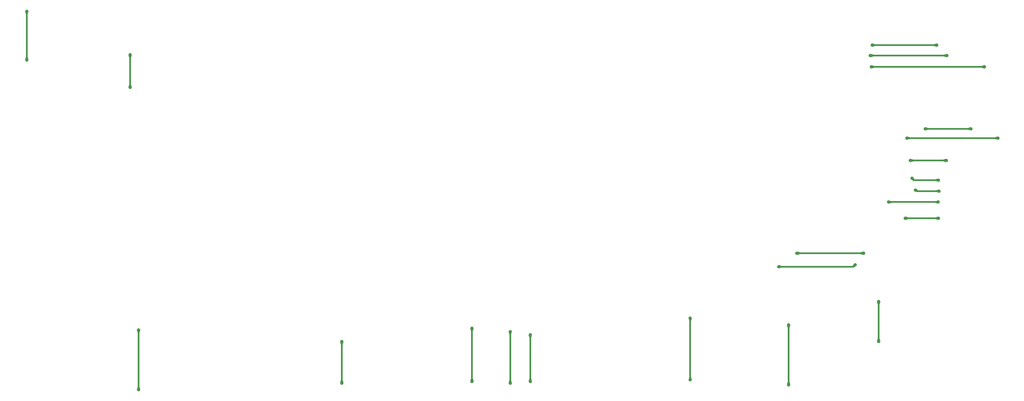
<source format=gbr>
%TF.GenerationSoftware,KiCad,Pcbnew,9.0.1*%
%TF.CreationDate,2025-04-13T00:15:51+02:00*%
%TF.ProjectId,Sony_HB-F1Xxx_Membrane,536f6e79-5f48-4422-9d46-315878785f4d,1.0*%
%TF.SameCoordinates,Original*%
%TF.FileFunction,Copper,L2,Bot*%
%TF.FilePolarity,Positive*%
%FSLAX46Y46*%
G04 Gerber Fmt 4.6, Leading zero omitted, Abs format (unit mm)*
G04 Created by KiCad (PCBNEW 9.0.1) date 2025-04-13 00:15:51*
%MOMM*%
%LPD*%
G01*
G04 APERTURE LIST*
%TA.AperFunction,ViaPad*%
%ADD10C,1.000000*%
%TD*%
%TA.AperFunction,Conductor*%
%ADD11C,0.500000*%
%TD*%
G04 APERTURE END LIST*
D10*
%TO.N,PAD11*%
X277100000Y-138265881D03*
%TO.N,PAD20*%
X299100000Y-78900000D03*
%TO.N,PAD22*%
X299400000Y-82300000D03*
%TO.N,PAD18*%
X299634119Y-75800000D03*
%TO.N,PAD7*%
X46100000Y-80265881D03*
X46100000Y-65600000D03*
%TO.N,PAD9*%
X301600000Y-164765881D03*
X301600000Y-152765881D03*
%TO.N,PAD10*%
X271634119Y-142300000D03*
X294600000Y-141765881D03*
X310100000Y-103700000D03*
X337400000Y-103700000D03*
%TO.N,PAD11*%
X297100000Y-138265881D03*
X304600000Y-122900000D03*
X319465881Y-122900000D03*
%TO.N,PAD12*%
X329300000Y-100900000D03*
X179600000Y-176765881D03*
X315600000Y-100900000D03*
X179600000Y-160765881D03*
%TO.N,PAD13*%
X77100000Y-78700000D03*
X191100000Y-177265881D03*
X77100000Y-88500000D03*
X309600000Y-127765881D03*
X319600000Y-127765881D03*
X191100000Y-161765881D03*
%TO.N,PAD14*%
X245100000Y-176265881D03*
X311100000Y-110400000D03*
X245100000Y-157765881D03*
X321900000Y-110400000D03*
%TO.N,PAD15*%
X319565881Y-116300000D03*
X79600000Y-179265881D03*
X197100000Y-162765881D03*
X311600000Y-115765881D03*
X197100000Y-176765881D03*
X79600000Y-161265881D03*
%TO.N,PAD16*%
X140600000Y-177265881D03*
X312600000Y-119265881D03*
X319765881Y-119600000D03*
X140600000Y-164765881D03*
%TO.N,PAD18*%
X319065881Y-75800000D03*
%TO.N,PAD17*%
X274600000Y-159765881D03*
X274600000Y-177765881D03*
%TO.N,PAD20*%
X322100000Y-78900000D03*
%TO.N,PAD22*%
X333400000Y-82300000D03*
%TD*%
D11*
%TO.N,PAD7*%
X46100000Y-80265881D02*
X46100000Y-65600000D01*
%TO.N,PAD9*%
X301600000Y-152765881D02*
X301600000Y-164765881D01*
%TO.N,PAD10*%
X294065881Y-142300000D02*
X271634119Y-142300000D01*
X310100000Y-103700000D02*
X337400000Y-103700000D01*
X294600000Y-141765881D02*
X294065881Y-142300000D01*
%TO.N,PAD11*%
X304600000Y-122900000D02*
X319465881Y-122900000D01*
X297100000Y-138265881D02*
X277100000Y-138265881D01*
%TO.N,PAD12*%
X179600000Y-176765881D02*
X179600000Y-160765881D01*
X329300000Y-100900000D02*
X315600000Y-100900000D01*
%TO.N,PAD13*%
X309600000Y-127765881D02*
X319600000Y-127765881D01*
X77100000Y-78700000D02*
X77100000Y-88500000D01*
X191100000Y-177265881D02*
X191100000Y-161765881D01*
%TO.N,PAD14*%
X311100000Y-110400000D02*
X321900000Y-110400000D01*
X245100000Y-176265881D02*
X245100000Y-157765881D01*
%TO.N,PAD15*%
X197100000Y-176765881D02*
X197100000Y-162765881D01*
X312134119Y-116300000D02*
X319565881Y-116300000D01*
X311600000Y-115765881D02*
X312134119Y-116300000D01*
X79600000Y-179265881D02*
X79600000Y-161265881D01*
%TO.N,PAD16*%
X312934119Y-119600000D02*
X312600000Y-119265881D01*
X140600000Y-177265881D02*
X140600000Y-164765881D01*
X319765881Y-119600000D02*
X312934119Y-119600000D01*
%TO.N,PAD18*%
X319065881Y-75800000D02*
X299634119Y-75800000D01*
%TO.N,PAD17*%
X274600000Y-177765881D02*
X274600000Y-159765881D01*
%TO.N,PAD20*%
X322100000Y-78900000D02*
X299100000Y-78900000D01*
%TO.N,PAD22*%
X299400000Y-82300000D02*
X333400000Y-82300000D01*
%TD*%
%TA.AperFunction,Conductor*%
%TO.N,PAD7*%
G36*
X46578155Y-65695085D02*
G01*
X46585590Y-65700075D01*
X46587320Y-65708861D01*
X46587147Y-65709598D01*
X46352331Y-66581735D01*
X46346871Y-66588833D01*
X46341033Y-66590393D01*
X45858967Y-66590393D01*
X45850694Y-66586966D01*
X45847669Y-66581735D01*
X45612852Y-65709598D01*
X45614010Y-65700718D01*
X45621108Y-65695258D01*
X45621822Y-65695090D01*
X46097696Y-65599463D01*
X46102304Y-65599463D01*
X46578155Y-65695085D01*
G37*
%TD.AperFunction*%
%TD*%
%TA.AperFunction,Conductor*%
%TO.N,PAD7*%
G36*
X46349306Y-79278915D02*
G01*
X46352331Y-79284146D01*
X46587147Y-80156282D01*
X46585989Y-80165162D01*
X46578891Y-80170622D01*
X46578154Y-80170795D01*
X46102305Y-80266417D01*
X46097695Y-80266417D01*
X45621845Y-80170795D01*
X45614409Y-80165805D01*
X45612679Y-80157019D01*
X45612852Y-80156282D01*
X45847669Y-79284146D01*
X45853129Y-79277048D01*
X45858967Y-79275488D01*
X46341033Y-79275488D01*
X46349306Y-79278915D01*
G37*
%TD.AperFunction*%
%TD*%
%TA.AperFunction,Conductor*%
%TO.N,PAD13*%
G36*
X77578155Y-78795085D02*
G01*
X77585590Y-78800075D01*
X77587320Y-78808861D01*
X77587147Y-78809598D01*
X77352331Y-79681735D01*
X77346871Y-79688833D01*
X77341033Y-79690393D01*
X76858967Y-79690393D01*
X76850694Y-79686966D01*
X76847669Y-79681735D01*
X76612852Y-78809598D01*
X76614010Y-78800718D01*
X76621108Y-78795258D01*
X76621822Y-78795090D01*
X77097696Y-78699463D01*
X77102304Y-78699463D01*
X77578155Y-78795085D01*
G37*
%TD.AperFunction*%
%TD*%
%TA.AperFunction,Conductor*%
%TO.N,PAD13*%
G36*
X77349306Y-87513034D02*
G01*
X77352331Y-87518265D01*
X77587147Y-88390401D01*
X77585989Y-88399281D01*
X77578891Y-88404741D01*
X77578154Y-88404914D01*
X77102305Y-88500536D01*
X77097695Y-88500536D01*
X76621845Y-88404914D01*
X76614409Y-88399924D01*
X76612679Y-88391138D01*
X76612852Y-88390401D01*
X76847669Y-87518265D01*
X76853129Y-87511167D01*
X76858967Y-87509607D01*
X77341033Y-87509607D01*
X77349306Y-87513034D01*
G37*
%TD.AperFunction*%
%TD*%
%TA.AperFunction,Conductor*%
%TO.N,PAD15*%
G36*
X80078155Y-161360966D02*
G01*
X80085590Y-161365956D01*
X80087320Y-161374742D01*
X80087147Y-161375479D01*
X79852331Y-162247616D01*
X79846871Y-162254714D01*
X79841033Y-162256274D01*
X79358967Y-162256274D01*
X79350694Y-162252847D01*
X79347669Y-162247616D01*
X79112852Y-161375479D01*
X79114010Y-161366599D01*
X79121108Y-161361139D01*
X79121822Y-161360971D01*
X79597696Y-161265344D01*
X79602304Y-161265344D01*
X80078155Y-161360966D01*
G37*
%TD.AperFunction*%
%TD*%
%TA.AperFunction,Conductor*%
%TO.N,PAD15*%
G36*
X79849306Y-178278915D02*
G01*
X79852331Y-178284146D01*
X80087147Y-179156282D01*
X80085989Y-179165162D01*
X80078891Y-179170622D01*
X80078154Y-179170795D01*
X79602305Y-179266417D01*
X79597695Y-179266417D01*
X79121845Y-179170795D01*
X79114409Y-179165805D01*
X79112679Y-179157019D01*
X79112852Y-179156282D01*
X79347669Y-178284146D01*
X79353129Y-178277048D01*
X79358967Y-178275488D01*
X79841033Y-178275488D01*
X79849306Y-178278915D01*
G37*
%TD.AperFunction*%
%TD*%
%TA.AperFunction,Conductor*%
%TO.N,PAD16*%
G36*
X141078155Y-164860966D02*
G01*
X141085590Y-164865956D01*
X141087320Y-164874742D01*
X141087147Y-164875479D01*
X140852331Y-165747616D01*
X140846871Y-165754714D01*
X140841033Y-165756274D01*
X140358967Y-165756274D01*
X140350694Y-165752847D01*
X140347669Y-165747616D01*
X140112852Y-164875479D01*
X140114010Y-164866599D01*
X140121108Y-164861139D01*
X140121822Y-164860971D01*
X140597696Y-164765344D01*
X140602304Y-164765344D01*
X141078155Y-164860966D01*
G37*
%TD.AperFunction*%
%TD*%
%TA.AperFunction,Conductor*%
%TO.N,PAD16*%
G36*
X140849306Y-176278915D02*
G01*
X140852331Y-176284146D01*
X141087147Y-177156282D01*
X141085989Y-177165162D01*
X141078891Y-177170622D01*
X141078154Y-177170795D01*
X140602305Y-177266417D01*
X140597695Y-177266417D01*
X140121845Y-177170795D01*
X140114409Y-177165805D01*
X140112679Y-177157019D01*
X140112852Y-177156282D01*
X140347669Y-176284146D01*
X140353129Y-176277048D01*
X140358967Y-176275488D01*
X140841033Y-176275488D01*
X140849306Y-176278915D01*
G37*
%TD.AperFunction*%
%TD*%
%TA.AperFunction,Conductor*%
%TO.N,PAD15*%
G36*
X197578155Y-162860966D02*
G01*
X197585590Y-162865956D01*
X197587320Y-162874742D01*
X197587147Y-162875479D01*
X197352331Y-163747616D01*
X197346871Y-163754714D01*
X197341033Y-163756274D01*
X196858967Y-163756274D01*
X196850694Y-163752847D01*
X196847669Y-163747616D01*
X196612852Y-162875479D01*
X196614010Y-162866599D01*
X196621108Y-162861139D01*
X196621822Y-162860971D01*
X197097696Y-162765344D01*
X197102304Y-162765344D01*
X197578155Y-162860966D01*
G37*
%TD.AperFunction*%
%TD*%
%TA.AperFunction,Conductor*%
%TO.N,PAD12*%
G36*
X180078155Y-160860966D02*
G01*
X180085590Y-160865956D01*
X180087320Y-160874742D01*
X180087147Y-160875479D01*
X179852331Y-161747616D01*
X179846871Y-161754714D01*
X179841033Y-161756274D01*
X179358967Y-161756274D01*
X179350694Y-161752847D01*
X179347669Y-161747616D01*
X179112852Y-160875479D01*
X179114010Y-160866599D01*
X179121108Y-160861139D01*
X179121822Y-160860971D01*
X179597696Y-160765344D01*
X179602304Y-160765344D01*
X180078155Y-160860966D01*
G37*
%TD.AperFunction*%
%TD*%
%TA.AperFunction,Conductor*%
%TO.N,PAD12*%
G36*
X179849306Y-175778915D02*
G01*
X179852331Y-175784146D01*
X180087147Y-176656282D01*
X180085989Y-176665162D01*
X180078891Y-176670622D01*
X180078154Y-176670795D01*
X179602305Y-176766417D01*
X179597695Y-176766417D01*
X179121845Y-176670795D01*
X179114409Y-176665805D01*
X179112679Y-176657019D01*
X179112852Y-176656282D01*
X179347669Y-175784146D01*
X179353129Y-175777048D01*
X179358967Y-175775488D01*
X179841033Y-175775488D01*
X179849306Y-175778915D01*
G37*
%TD.AperFunction*%
%TD*%
%TA.AperFunction,Conductor*%
%TO.N,PAD13*%
G36*
X191349306Y-176278915D02*
G01*
X191352331Y-176284146D01*
X191587147Y-177156282D01*
X191585989Y-177165162D01*
X191578891Y-177170622D01*
X191578154Y-177170795D01*
X191102305Y-177266417D01*
X191097695Y-177266417D01*
X190621845Y-177170795D01*
X190614409Y-177165805D01*
X190612679Y-177157019D01*
X190612852Y-177156282D01*
X190847669Y-176284146D01*
X190853129Y-176277048D01*
X190858967Y-176275488D01*
X191341033Y-176275488D01*
X191349306Y-176278915D01*
G37*
%TD.AperFunction*%
%TD*%
%TA.AperFunction,Conductor*%
%TO.N,PAD15*%
G36*
X197349306Y-175778915D02*
G01*
X197352331Y-175784146D01*
X197587147Y-176656282D01*
X197585989Y-176665162D01*
X197578891Y-176670622D01*
X197578154Y-176670795D01*
X197102305Y-176766417D01*
X197097695Y-176766417D01*
X196621845Y-176670795D01*
X196614409Y-176665805D01*
X196612679Y-176657019D01*
X196612852Y-176656282D01*
X196847669Y-175784146D01*
X196853129Y-175777048D01*
X196858967Y-175775488D01*
X197341033Y-175775488D01*
X197349306Y-175778915D01*
G37*
%TD.AperFunction*%
%TD*%
%TA.AperFunction,Conductor*%
%TO.N,PAD17*%
G36*
X275078155Y-159860966D02*
G01*
X275085590Y-159865956D01*
X275087320Y-159874742D01*
X275087147Y-159875479D01*
X274852331Y-160747616D01*
X274846871Y-160754714D01*
X274841033Y-160756274D01*
X274358967Y-160756274D01*
X274350694Y-160752847D01*
X274347669Y-160747616D01*
X274112852Y-159875479D01*
X274114010Y-159866599D01*
X274121108Y-159861139D01*
X274121822Y-159860971D01*
X274597696Y-159765344D01*
X274602304Y-159765344D01*
X275078155Y-159860966D01*
G37*
%TD.AperFunction*%
%TD*%
%TA.AperFunction,Conductor*%
%TO.N,PAD17*%
G36*
X274849306Y-176778915D02*
G01*
X274852331Y-176784146D01*
X275087147Y-177656282D01*
X275085989Y-177665162D01*
X275078891Y-177670622D01*
X275078154Y-177670795D01*
X274602305Y-177766417D01*
X274597695Y-177766417D01*
X274121845Y-177670795D01*
X274114409Y-177665805D01*
X274112679Y-177657019D01*
X274112852Y-177656282D01*
X274347669Y-176784146D01*
X274353129Y-176777048D01*
X274358967Y-176775488D01*
X274841033Y-176775488D01*
X274849306Y-176778915D01*
G37*
%TD.AperFunction*%
%TD*%
%TA.AperFunction,Conductor*%
%TO.N,PAD14*%
G36*
X245578155Y-157860966D02*
G01*
X245585590Y-157865956D01*
X245587320Y-157874742D01*
X245587147Y-157875479D01*
X245352331Y-158747616D01*
X245346871Y-158754714D01*
X245341033Y-158756274D01*
X244858967Y-158756274D01*
X244850694Y-158752847D01*
X244847669Y-158747616D01*
X244612852Y-157875479D01*
X244614010Y-157866599D01*
X244621108Y-157861139D01*
X244621822Y-157860971D01*
X245097696Y-157765344D01*
X245102304Y-157765344D01*
X245578155Y-157860966D01*
G37*
%TD.AperFunction*%
%TD*%
%TA.AperFunction,Conductor*%
%TO.N,PAD14*%
G36*
X245349306Y-175278915D02*
G01*
X245352331Y-175284146D01*
X245587147Y-176156282D01*
X245585989Y-176165162D01*
X245578891Y-176170622D01*
X245578154Y-176170795D01*
X245102305Y-176266417D01*
X245097695Y-176266417D01*
X244621845Y-176170795D01*
X244614409Y-176165805D01*
X244612679Y-176157019D01*
X244612852Y-176156282D01*
X244847669Y-175284146D01*
X244853129Y-175277048D01*
X244858967Y-175275488D01*
X245341033Y-175275488D01*
X245349306Y-175278915D01*
G37*
%TD.AperFunction*%
%TD*%
%TA.AperFunction,Conductor*%
%TO.N,PAD9*%
G36*
X302078155Y-152860966D02*
G01*
X302085590Y-152865956D01*
X302087320Y-152874742D01*
X302087147Y-152875479D01*
X301852331Y-153747616D01*
X301846871Y-153754714D01*
X301841033Y-153756274D01*
X301358967Y-153756274D01*
X301350694Y-153752847D01*
X301347669Y-153747616D01*
X301112852Y-152875479D01*
X301114010Y-152866599D01*
X301121108Y-152861139D01*
X301121822Y-152860971D01*
X301597696Y-152765344D01*
X301602304Y-152765344D01*
X302078155Y-152860966D01*
G37*
%TD.AperFunction*%
%TD*%
%TA.AperFunction,Conductor*%
%TO.N,PAD9*%
G36*
X301849306Y-163778915D02*
G01*
X301852331Y-163784146D01*
X302087147Y-164656282D01*
X302085989Y-164665162D01*
X302078891Y-164670622D01*
X302078154Y-164670795D01*
X301602305Y-164766417D01*
X301597695Y-164766417D01*
X301121845Y-164670795D01*
X301114409Y-164665805D01*
X301112679Y-164657019D01*
X301112852Y-164656282D01*
X301347669Y-163784146D01*
X301353129Y-163777048D01*
X301358967Y-163775488D01*
X301841033Y-163775488D01*
X301849306Y-163778915D01*
G37*
%TD.AperFunction*%
%TD*%
%TA.AperFunction,Conductor*%
%TO.N,PAD10*%
G36*
X271743711Y-141812850D02*
G01*
X272615855Y-142047669D01*
X272622952Y-142053128D01*
X272624512Y-142058966D01*
X272624512Y-142541033D01*
X272621085Y-142549306D01*
X272615854Y-142552331D01*
X271743717Y-142787147D01*
X271734837Y-142785989D01*
X271729377Y-142778891D01*
X271729207Y-142778170D01*
X271633582Y-142302304D01*
X271633582Y-142297695D01*
X271682728Y-142053128D01*
X271729205Y-141821843D01*
X271734194Y-141814409D01*
X271742980Y-141812679D01*
X271743711Y-141812850D01*
G37*
%TD.AperFunction*%
%TD*%
%TA.AperFunction,Conductor*%
%TO.N,PAD10*%
G36*
X294194001Y-141494590D02*
G01*
X294194256Y-141494755D01*
X294596949Y-141763181D01*
X294601933Y-141770620D01*
X294601940Y-141770655D01*
X294695565Y-142246221D01*
X294693800Y-142255000D01*
X294687840Y-142259562D01*
X293846302Y-142544762D01*
X293837367Y-142544172D01*
X293831466Y-142537436D01*
X293830847Y-142533681D01*
X293830847Y-142053373D01*
X293832643Y-142047144D01*
X294006567Y-141770620D01*
X294177869Y-141498263D01*
X294185174Y-141493086D01*
X294194001Y-141494590D01*
G37*
%TD.AperFunction*%
%TD*%
%TA.AperFunction,Conductor*%
%TO.N,PAD11*%
G36*
X296999281Y-137779891D02*
G01*
X297004741Y-137786989D01*
X297004914Y-137787726D01*
X297100536Y-138263576D01*
X297100536Y-138268186D01*
X297004914Y-138744035D01*
X296999924Y-138751471D01*
X296991138Y-138753201D01*
X296990401Y-138753028D01*
X296118265Y-138518212D01*
X296111167Y-138512752D01*
X296109607Y-138506914D01*
X296109607Y-138024847D01*
X296113034Y-138016574D01*
X296118262Y-138013550D01*
X296990402Y-137778733D01*
X296999281Y-137779891D01*
G37*
%TD.AperFunction*%
%TD*%
%TA.AperFunction,Conductor*%
%TO.N,PAD13*%
G36*
X191578155Y-161860966D02*
G01*
X191585590Y-161865956D01*
X191587320Y-161874742D01*
X191587147Y-161875479D01*
X191352331Y-162747616D01*
X191346871Y-162754714D01*
X191341033Y-162756274D01*
X190858967Y-162756274D01*
X190850694Y-162752847D01*
X190847669Y-162747616D01*
X190612852Y-161875479D01*
X190614010Y-161866599D01*
X190621108Y-161861139D01*
X190621822Y-161860971D01*
X191097696Y-161765344D01*
X191102304Y-161765344D01*
X191578155Y-161860966D01*
G37*
%TD.AperFunction*%
%TD*%
%TA.AperFunction,Conductor*%
%TO.N,PAD11*%
G36*
X277209592Y-137778731D02*
G01*
X278081736Y-138013550D01*
X278088833Y-138019009D01*
X278090393Y-138024847D01*
X278090393Y-138506914D01*
X278086966Y-138515187D01*
X278081735Y-138518212D01*
X277209598Y-138753028D01*
X277200718Y-138751870D01*
X277195258Y-138744772D01*
X277195088Y-138744051D01*
X277099463Y-138268185D01*
X277099463Y-138263576D01*
X277148609Y-138019009D01*
X277195086Y-137787724D01*
X277200075Y-137780290D01*
X277208861Y-137778560D01*
X277209592Y-137778731D01*
G37*
%TD.AperFunction*%
%TD*%
%TA.AperFunction,Conductor*%
%TO.N,PAD18*%
G36*
X299743711Y-75312850D02*
G01*
X300615855Y-75547669D01*
X300622952Y-75553128D01*
X300624512Y-75558966D01*
X300624512Y-76041033D01*
X300621085Y-76049306D01*
X300615854Y-76052331D01*
X299743717Y-76287147D01*
X299734837Y-76285989D01*
X299729377Y-76278891D01*
X299729207Y-76278170D01*
X299633582Y-75802304D01*
X299633582Y-75797695D01*
X299682728Y-75553128D01*
X299729205Y-75321843D01*
X299734194Y-75314409D01*
X299742980Y-75312679D01*
X299743711Y-75312850D01*
G37*
%TD.AperFunction*%
%TD*%
%TA.AperFunction,Conductor*%
%TO.N,PAD22*%
G36*
X333299281Y-81814010D02*
G01*
X333304741Y-81821108D01*
X333304914Y-81821845D01*
X333400536Y-82297695D01*
X333400536Y-82302305D01*
X333304914Y-82778154D01*
X333299924Y-82785590D01*
X333291138Y-82787320D01*
X333290401Y-82787147D01*
X332418265Y-82552331D01*
X332411167Y-82546871D01*
X332409607Y-82541033D01*
X332409607Y-82058966D01*
X332413034Y-82050693D01*
X332418262Y-82047669D01*
X333290402Y-81812852D01*
X333299281Y-81814010D01*
G37*
%TD.AperFunction*%
%TD*%
%TA.AperFunction,Conductor*%
%TO.N,PAD20*%
G36*
X321999281Y-78414010D02*
G01*
X322004741Y-78421108D01*
X322004914Y-78421845D01*
X322100536Y-78897695D01*
X322100536Y-78902305D01*
X322004914Y-79378154D01*
X321999924Y-79385590D01*
X321991138Y-79387320D01*
X321990401Y-79387147D01*
X321118265Y-79152331D01*
X321111167Y-79146871D01*
X321109607Y-79141033D01*
X321109607Y-78658966D01*
X321113034Y-78650693D01*
X321118262Y-78647669D01*
X321990402Y-78412852D01*
X321999281Y-78414010D01*
G37*
%TD.AperFunction*%
%TD*%
%TA.AperFunction,Conductor*%
%TO.N,PAD18*%
G36*
X318965162Y-75314010D02*
G01*
X318970622Y-75321108D01*
X318970795Y-75321845D01*
X319066417Y-75797695D01*
X319066417Y-75802305D01*
X318970795Y-76278154D01*
X318965805Y-76285590D01*
X318957019Y-76287320D01*
X318956282Y-76287147D01*
X318084146Y-76052331D01*
X318077048Y-76046871D01*
X318075488Y-76041033D01*
X318075488Y-75558966D01*
X318078915Y-75550693D01*
X318084143Y-75547669D01*
X318956283Y-75312852D01*
X318965162Y-75314010D01*
G37*
%TD.AperFunction*%
%TD*%
%TA.AperFunction,Conductor*%
%TO.N,PAD20*%
G36*
X299209592Y-78412850D02*
G01*
X300081736Y-78647669D01*
X300088833Y-78653128D01*
X300090393Y-78658966D01*
X300090393Y-79141033D01*
X300086966Y-79149306D01*
X300081735Y-79152331D01*
X299209598Y-79387147D01*
X299200718Y-79385989D01*
X299195258Y-79378891D01*
X299195088Y-79378170D01*
X299099463Y-78902304D01*
X299099463Y-78897695D01*
X299148609Y-78653128D01*
X299195086Y-78421843D01*
X299200075Y-78414409D01*
X299208861Y-78412679D01*
X299209592Y-78412850D01*
G37*
%TD.AperFunction*%
%TD*%
%TA.AperFunction,Conductor*%
%TO.N,PAD22*%
G36*
X299509592Y-81812850D02*
G01*
X300381736Y-82047669D01*
X300388833Y-82053128D01*
X300390393Y-82058966D01*
X300390393Y-82541033D01*
X300386966Y-82549306D01*
X300381735Y-82552331D01*
X299509598Y-82787147D01*
X299500718Y-82785989D01*
X299495258Y-82778891D01*
X299495088Y-82778170D01*
X299399463Y-82302304D01*
X299399463Y-82297695D01*
X299448609Y-82053128D01*
X299495086Y-81821843D01*
X299500075Y-81814409D01*
X299508861Y-81812679D01*
X299509592Y-81812850D01*
G37*
%TD.AperFunction*%
%TD*%
%TA.AperFunction,Conductor*%
%TO.N,PAD12*%
G36*
X329199281Y-100414010D02*
G01*
X329204741Y-100421108D01*
X329204914Y-100421845D01*
X329300536Y-100897695D01*
X329300536Y-100902305D01*
X329204914Y-101378154D01*
X329199924Y-101385590D01*
X329191138Y-101387320D01*
X329190401Y-101387147D01*
X328318265Y-101152331D01*
X328311167Y-101146871D01*
X328309607Y-101141033D01*
X328309607Y-100658966D01*
X328313034Y-100650693D01*
X328318262Y-100647669D01*
X329190402Y-100412852D01*
X329199281Y-100414010D01*
G37*
%TD.AperFunction*%
%TD*%
%TA.AperFunction,Conductor*%
%TO.N,PAD12*%
G36*
X315709592Y-100412850D02*
G01*
X316581736Y-100647669D01*
X316588833Y-100653128D01*
X316590393Y-100658966D01*
X316590393Y-101141033D01*
X316586966Y-101149306D01*
X316581735Y-101152331D01*
X315709598Y-101387147D01*
X315700718Y-101385989D01*
X315695258Y-101378891D01*
X315695088Y-101378170D01*
X315599463Y-100902304D01*
X315599463Y-100897695D01*
X315648609Y-100653128D01*
X315695086Y-100421843D01*
X315700075Y-100414409D01*
X315708861Y-100412679D01*
X315709592Y-100412850D01*
G37*
%TD.AperFunction*%
%TD*%
%TA.AperFunction,Conductor*%
%TO.N,PAD10*%
G36*
X310209592Y-103212850D02*
G01*
X311081736Y-103447669D01*
X311088833Y-103453128D01*
X311090393Y-103458966D01*
X311090393Y-103941033D01*
X311086966Y-103949306D01*
X311081735Y-103952331D01*
X310209598Y-104187147D01*
X310200718Y-104185989D01*
X310195258Y-104178891D01*
X310195088Y-104178170D01*
X310099463Y-103702304D01*
X310099463Y-103697695D01*
X310148609Y-103453128D01*
X310195086Y-103221843D01*
X310200075Y-103214409D01*
X310208861Y-103212679D01*
X310209592Y-103212850D01*
G37*
%TD.AperFunction*%
%TD*%
%TA.AperFunction,Conductor*%
%TO.N,PAD10*%
G36*
X337299281Y-103214010D02*
G01*
X337304741Y-103221108D01*
X337304914Y-103221845D01*
X337400536Y-103697695D01*
X337400536Y-103702305D01*
X337304914Y-104178154D01*
X337299924Y-104185590D01*
X337291138Y-104187320D01*
X337290401Y-104187147D01*
X336418265Y-103952331D01*
X336411167Y-103946871D01*
X336409607Y-103941033D01*
X336409607Y-103458966D01*
X336413034Y-103450693D01*
X336418262Y-103447669D01*
X337290402Y-103212852D01*
X337299281Y-103214010D01*
G37*
%TD.AperFunction*%
%TD*%
%TA.AperFunction,Conductor*%
%TO.N,PAD14*%
G36*
X311209592Y-109912850D02*
G01*
X312081736Y-110147669D01*
X312088833Y-110153128D01*
X312090393Y-110158966D01*
X312090393Y-110641033D01*
X312086966Y-110649306D01*
X312081735Y-110652331D01*
X311209598Y-110887147D01*
X311200718Y-110885989D01*
X311195258Y-110878891D01*
X311195088Y-110878170D01*
X311099463Y-110402304D01*
X311099463Y-110397695D01*
X311148609Y-110153128D01*
X311195086Y-109921843D01*
X311200075Y-109914409D01*
X311208861Y-109912679D01*
X311209592Y-109912850D01*
G37*
%TD.AperFunction*%
%TD*%
%TA.AperFunction,Conductor*%
%TO.N,PAD14*%
G36*
X321799281Y-109914010D02*
G01*
X321804741Y-109921108D01*
X321804914Y-109921845D01*
X321900536Y-110397695D01*
X321900536Y-110402305D01*
X321804914Y-110878154D01*
X321799924Y-110885590D01*
X321791138Y-110887320D01*
X321790401Y-110887147D01*
X320918265Y-110652331D01*
X320911167Y-110646871D01*
X320909607Y-110641033D01*
X320909607Y-110158966D01*
X320913034Y-110150693D01*
X320918262Y-110147669D01*
X321790402Y-109912852D01*
X321799281Y-109914010D01*
G37*
%TD.AperFunction*%
%TD*%
%TA.AperFunction,Conductor*%
%TO.N,PAD15*%
G36*
X319465162Y-115814010D02*
G01*
X319470622Y-115821108D01*
X319470795Y-115821845D01*
X319566417Y-116297695D01*
X319566417Y-116302305D01*
X319470795Y-116778154D01*
X319465805Y-116785590D01*
X319457019Y-116787320D01*
X319456282Y-116787147D01*
X318584146Y-116552331D01*
X318577048Y-116546871D01*
X318575488Y-116541033D01*
X318575488Y-116058966D01*
X318578915Y-116050693D01*
X318584143Y-116047669D01*
X319456283Y-115812852D01*
X319465162Y-115814010D01*
G37*
%TD.AperFunction*%
%TD*%
%TA.AperFunction,Conductor*%
%TO.N,PAD15*%
G36*
X312021962Y-115498005D02*
G01*
X312022131Y-115498265D01*
X312367357Y-116047144D01*
X312369153Y-116053373D01*
X312369153Y-116533681D01*
X312365726Y-116541954D01*
X312357453Y-116545381D01*
X312353698Y-116544762D01*
X311512159Y-116259562D01*
X311505423Y-116253661D01*
X311504434Y-116246221D01*
X311598060Y-115770652D01*
X311603018Y-115763202D01*
X312005739Y-115494758D01*
X312014522Y-115493021D01*
X312021962Y-115498005D01*
G37*
%TD.AperFunction*%
%TD*%
%TA.AperFunction,Conductor*%
%TO.N,PAD16*%
G36*
X319665162Y-119114010D02*
G01*
X319670622Y-119121108D01*
X319670795Y-119121845D01*
X319766417Y-119597695D01*
X319766417Y-119602305D01*
X319670795Y-120078154D01*
X319665805Y-120085590D01*
X319657019Y-120087320D01*
X319656282Y-120087147D01*
X318784146Y-119852331D01*
X318777048Y-119846871D01*
X318775488Y-119841033D01*
X318775488Y-119358966D01*
X318778915Y-119350693D01*
X318784143Y-119347669D01*
X319656283Y-119112852D01*
X319665162Y-119114010D01*
G37*
%TD.AperFunction*%
%TD*%
%TA.AperFunction,Conductor*%
%TO.N,PAD16*%
G36*
X312886674Y-118857895D02*
G01*
X312887780Y-118858736D01*
X313455327Y-119346499D01*
X313459368Y-119354489D01*
X313459401Y-119355371D01*
X313459401Y-119837098D01*
X313455974Y-119845371D01*
X313447701Y-119848798D01*
X313446561Y-119848742D01*
X312515284Y-119757530D01*
X312507384Y-119753313D01*
X312504780Y-119744746D01*
X312504940Y-119743646D01*
X312598547Y-119268181D01*
X312600307Y-119263930D01*
X312870443Y-118861094D01*
X312877894Y-118856133D01*
X312886674Y-118857895D01*
G37*
%TD.AperFunction*%
%TD*%
%TA.AperFunction,Conductor*%
%TO.N,PAD11*%
G36*
X319365162Y-122414010D02*
G01*
X319370622Y-122421108D01*
X319370795Y-122421845D01*
X319466417Y-122897695D01*
X319466417Y-122902305D01*
X319370795Y-123378154D01*
X319365805Y-123385590D01*
X319357019Y-123387320D01*
X319356282Y-123387147D01*
X318484146Y-123152331D01*
X318477048Y-123146871D01*
X318475488Y-123141033D01*
X318475488Y-122658966D01*
X318478915Y-122650693D01*
X318484143Y-122647669D01*
X319356283Y-122412852D01*
X319365162Y-122414010D01*
G37*
%TD.AperFunction*%
%TD*%
%TA.AperFunction,Conductor*%
%TO.N,PAD11*%
G36*
X304709592Y-122412850D02*
G01*
X305581736Y-122647669D01*
X305588833Y-122653128D01*
X305590393Y-122658966D01*
X305590393Y-123141033D01*
X305586966Y-123149306D01*
X305581735Y-123152331D01*
X304709598Y-123387147D01*
X304700718Y-123385989D01*
X304695258Y-123378891D01*
X304695088Y-123378170D01*
X304599463Y-122902304D01*
X304599463Y-122897695D01*
X304648609Y-122653128D01*
X304695086Y-122421843D01*
X304700075Y-122414409D01*
X304708861Y-122412679D01*
X304709592Y-122412850D01*
G37*
%TD.AperFunction*%
%TD*%
%TA.AperFunction,Conductor*%
%TO.N,PAD13*%
G36*
X319499281Y-127279891D02*
G01*
X319504741Y-127286989D01*
X319504914Y-127287726D01*
X319600536Y-127763576D01*
X319600536Y-127768186D01*
X319504914Y-128244035D01*
X319499924Y-128251471D01*
X319491138Y-128253201D01*
X319490401Y-128253028D01*
X318618265Y-128018212D01*
X318611167Y-128012752D01*
X318609607Y-128006914D01*
X318609607Y-127524847D01*
X318613034Y-127516574D01*
X318618262Y-127513550D01*
X319490402Y-127278733D01*
X319499281Y-127279891D01*
G37*
%TD.AperFunction*%
%TD*%
%TA.AperFunction,Conductor*%
%TO.N,PAD13*%
G36*
X309709592Y-127278731D02*
G01*
X310581736Y-127513550D01*
X310588833Y-127519009D01*
X310590393Y-127524847D01*
X310590393Y-128006914D01*
X310586966Y-128015187D01*
X310581735Y-128018212D01*
X309709598Y-128253028D01*
X309700718Y-128251870D01*
X309695258Y-128244772D01*
X309695088Y-128244051D01*
X309599463Y-127768185D01*
X309599463Y-127763576D01*
X309648609Y-127519009D01*
X309695086Y-127287724D01*
X309700075Y-127280290D01*
X309708861Y-127278560D01*
X309709592Y-127278731D01*
G37*
%TD.AperFunction*%
%TD*%
M02*

</source>
